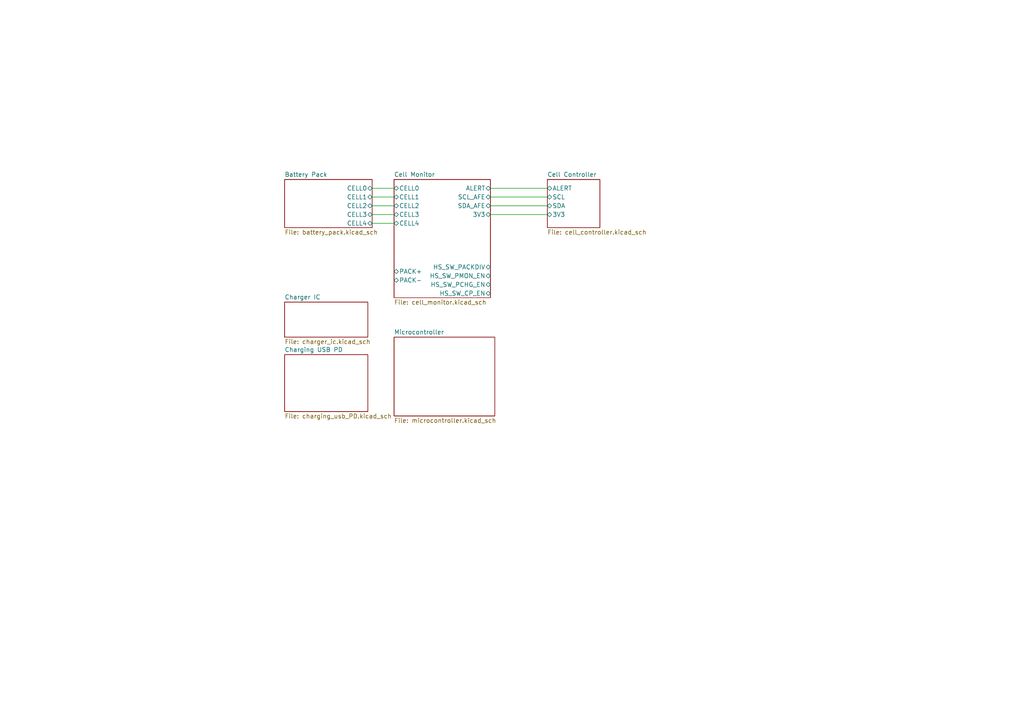
<source format=kicad_sch>
(kicad_sch
	(version 20250114)
	(generator "eeschema")
	(generator_version "9.0")
	(uuid "81e8a54f-a6a6-4f78-985c-1dc7d6751007")
	(paper "A4")
	(lib_symbols)
	(wire
		(pts
			(xy 107.95 54.61) (xy 114.3 54.61)
		)
		(stroke
			(width 0)
			(type default)
		)
		(uuid "37c53333-10a6-418c-8972-ee9a1f287a0f")
	)
	(wire
		(pts
			(xy 142.24 59.69) (xy 158.75 59.69)
		)
		(stroke
			(width 0)
			(type default)
		)
		(uuid "47e62c3f-f269-402a-8254-aa6c048be365")
	)
	(wire
		(pts
			(xy 142.24 62.23) (xy 158.75 62.23)
		)
		(stroke
			(width 0)
			(type default)
		)
		(uuid "509fe80c-b3fc-4c02-b061-8a0500915ecb")
	)
	(wire
		(pts
			(xy 142.24 57.15) (xy 158.75 57.15)
		)
		(stroke
			(width 0)
			(type default)
		)
		(uuid "5e749d9f-224a-4af5-afa7-cabc97a1f76a")
	)
	(wire
		(pts
			(xy 107.95 62.23) (xy 114.3 62.23)
		)
		(stroke
			(width 0)
			(type default)
		)
		(uuid "68763057-043f-4dfa-aa01-763af5165d23")
	)
	(wire
		(pts
			(xy 142.24 54.61) (xy 158.75 54.61)
		)
		(stroke
			(width 0)
			(type default)
		)
		(uuid "a59e9eef-be66-44e8-9df5-eb7f81e707d3")
	)
	(wire
		(pts
			(xy 107.95 64.77) (xy 114.3 64.77)
		)
		(stroke
			(width 0)
			(type default)
		)
		(uuid "a5bc7f7a-0d3b-4ae0-8ff6-bc40625ab51a")
	)
	(wire
		(pts
			(xy 107.95 59.69) (xy 114.3 59.69)
		)
		(stroke
			(width 0)
			(type default)
		)
		(uuid "af8a1450-c3f0-43c4-bae5-b6b011858509")
	)
	(wire
		(pts
			(xy 107.95 57.15) (xy 114.3 57.15)
		)
		(stroke
			(width 0)
			(type default)
		)
		(uuid "b4a7fdf2-ac62-413e-b6e5-968b3b5803ca")
	)
	(sheet
		(at 114.3 97.79)
		(size 29.21 22.86)
		(exclude_from_sim no)
		(in_bom yes)
		(on_board yes)
		(dnp no)
		(fields_autoplaced yes)
		(stroke
			(width 0.1524)
			(type solid)
		)
		(fill
			(color 0 0 0 0.0000)
		)
		(uuid "10745524-5ba8-4327-b65c-e16bb0a1c7f6")
		(property "Sheetname" "Microcontroller"
			(at 114.3 97.0784 0)
			(effects
				(font
					(size 1.27 1.27)
				)
				(justify left bottom)
			)
		)
		(property "Sheetfile" "microcontroller.kicad_sch"
			(at 114.3 121.2346 0)
			(effects
				(font
					(size 1.27 1.27)
				)
				(justify left top)
			)
		)
		(instances
			(project "Power_management"
				(path "/81e8a54f-a6a6-4f78-985c-1dc7d6751007"
					(page "7")
				)
			)
		)
	)
	(sheet
		(at 82.55 87.63)
		(size 24.13 10.16)
		(exclude_from_sim no)
		(in_bom yes)
		(on_board yes)
		(dnp no)
		(fields_autoplaced yes)
		(stroke
			(width 0.1524)
			(type solid)
		)
		(fill
			(color 0 0 0 0.0000)
		)
		(uuid "74145ec3-99f0-43b9-89a7-81e8f7fd18fe")
		(property "Sheetname" "Charger IC"
			(at 82.55 86.9184 0)
			(effects
				(font
					(size 1.27 1.27)
				)
				(justify left bottom)
			)
		)
		(property "Sheetfile" "charger_ic.kicad_sch"
			(at 82.55 98.3746 0)
			(effects
				(font
					(size 1.27 1.27)
				)
				(justify left top)
			)
		)
		(instances
			(project "Power_management"
				(path "/81e8a54f-a6a6-4f78-985c-1dc7d6751007"
					(page "6")
				)
			)
		)
	)
	(sheet
		(at 82.55 52.07)
		(size 25.4 13.97)
		(exclude_from_sim no)
		(in_bom yes)
		(on_board yes)
		(dnp no)
		(fields_autoplaced yes)
		(stroke
			(width 0.1524)
			(type solid)
		)
		(fill
			(color 0 0 0 0.0000)
		)
		(uuid "857049be-50e6-4ac5-ad00-0478baeab975")
		(property "Sheetname" "Battery Pack"
			(at 82.55 51.3584 0)
			(effects
				(font
					(size 1.27 1.27)
				)
				(justify left bottom)
			)
		)
		(property "Sheetfile" "battery_pack.kicad_sch"
			(at 82.55 66.6246 0)
			(effects
				(font
					(size 1.27 1.27)
				)
				(justify left top)
			)
		)
		(pin "CELL2" bidirectional
			(at 107.95 59.69 0)
			(uuid "eb6be550-27f2-424e-92ad-d0f4bf4d48a5")
			(effects
				(font
					(size 1.27 1.27)
				)
				(justify right)
			)
		)
		(pin "CELL0" bidirectional
			(at 107.95 54.61 0)
			(uuid "4aae48bc-0da1-4e15-a3af-d5aaf6f700ef")
			(effects
				(font
					(size 1.27 1.27)
				)
				(justify right)
			)
		)
		(pin "CELL3" bidirectional
			(at 107.95 62.23 0)
			(uuid "32fe542b-5363-48df-82e8-243dcf8383bd")
			(effects
				(font
					(size 1.27 1.27)
				)
				(justify right)
			)
		)
		(pin "CELL1" bidirectional
			(at 107.95 57.15 0)
			(uuid "bb0a0ca5-08c7-4318-ab74-8fc1bee4b1a5")
			(effects
				(font
					(size 1.27 1.27)
				)
				(justify right)
			)
		)
		(pin "CELL4" bidirectional
			(at 107.95 64.77 0)
			(uuid "2f659628-5890-4dc9-8789-10ed8eccd0b6")
			(effects
				(font
					(size 1.27 1.27)
				)
				(justify right)
			)
		)
		(instances
			(project "Power_management"
				(path "/81e8a54f-a6a6-4f78-985c-1dc7d6751007"
					(page "4")
				)
			)
		)
	)
	(sheet
		(at 82.55 102.87)
		(size 24.13 16.51)
		(exclude_from_sim no)
		(in_bom yes)
		(on_board yes)
		(dnp no)
		(fields_autoplaced yes)
		(stroke
			(width 0.1524)
			(type solid)
		)
		(fill
			(color 0 0 0 0.0000)
		)
		(uuid "9f42046e-8f3b-4ab0-827b-330c45082584")
		(property "Sheetname" "Charging USB PD"
			(at 82.55 102.1584 0)
			(effects
				(font
					(size 1.27 1.27)
				)
				(justify left bottom)
			)
		)
		(property "Sheetfile" "charging_usb_PD.kicad_sch"
			(at 82.55 119.9646 0)
			(effects
				(font
					(size 1.27 1.27)
				)
				(justify left top)
			)
		)
		(instances
			(project "Power_management"
				(path "/81e8a54f-a6a6-4f78-985c-1dc7d6751007"
					(page "5")
				)
			)
		)
	)
	(sheet
		(at 158.75 52.07)
		(size 15.24 13.97)
		(exclude_from_sim no)
		(in_bom yes)
		(on_board yes)
		(dnp no)
		(fields_autoplaced yes)
		(stroke
			(width 0.1524)
			(type solid)
		)
		(fill
			(color 0 0 0 0.0000)
		)
		(uuid "c2fdc24a-8419-4e57-879f-6dea2fe8f7e8")
		(property "Sheetname" "Cell Controller"
			(at 158.75 51.3584 0)
			(effects
				(font
					(size 1.27 1.27)
				)
				(justify left bottom)
			)
		)
		(property "Sheetfile" "cell_controller.kicad_sch"
			(at 158.75 66.6246 0)
			(effects
				(font
					(size 1.27 1.27)
				)
				(justify left top)
			)
		)
		(pin "SCL" bidirectional
			(at 158.75 57.15 180)
			(uuid "86ca68f2-d9b3-4227-922e-ca6f272f9345")
			(effects
				(font
					(size 1.27 1.27)
				)
				(justify left)
			)
		)
		(pin "3V3" bidirectional
			(at 158.75 62.23 180)
			(uuid "81eef0d3-159d-46bb-842d-4bac3439aef6")
			(effects
				(font
					(size 1.27 1.27)
				)
				(justify left)
			)
		)
		(pin "SDA" bidirectional
			(at 158.75 59.69 180)
			(uuid "40f3ce72-63d2-4d90-a85b-d54decc43494")
			(effects
				(font
					(size 1.27 1.27)
				)
				(justify left)
			)
		)
		(pin "ALERT" bidirectional
			(at 158.75 54.61 180)
			(uuid "48be9000-931e-41a7-8c3c-8d49118b3a82")
			(effects
				(font
					(size 1.27 1.27)
				)
				(justify left)
			)
		)
		(instances
			(project "Power_management"
				(path "/81e8a54f-a6a6-4f78-985c-1dc7d6751007"
					(page "3")
				)
			)
		)
	)
	(sheet
		(at 114.3 52.07)
		(size 27.94 34.29)
		(exclude_from_sim no)
		(in_bom yes)
		(on_board yes)
		(dnp no)
		(fields_autoplaced yes)
		(stroke
			(width 0.1524)
			(type solid)
		)
		(fill
			(color 0 0 0 0.0000)
		)
		(uuid "d9123505-2e91-49e0-b557-44bb908bb8a4")
		(property "Sheetname" "Cell Monitor"
			(at 114.3 51.3584 0)
			(effects
				(font
					(size 1.27 1.27)
				)
				(justify left bottom)
			)
		)
		(property "Sheetfile" "cell_monitor.kicad_sch"
			(at 114.3 86.9446 0)
			(effects
				(font
					(size 1.27 1.27)
				)
				(justify left top)
			)
		)
		(pin "HS_SW_CP_EN" bidirectional
			(at 142.24 85.09 0)
			(uuid "b4e919fc-36be-42d1-a511-223d3e24fa4f")
			(effects
				(font
					(size 1.27 1.27)
				)
				(justify right)
			)
		)
		(pin "PACK-" bidirectional
			(at 114.3 81.28 180)
			(uuid "e33338fa-7f8e-4f65-b3c9-f7d2b9bbbab9")
			(effects
				(font
					(size 1.27 1.27)
				)
				(justify left)
			)
		)
		(pin "HS_SW_PCHG_EN" bidirectional
			(at 142.24 82.55 0)
			(uuid "519c1639-7f1b-4c2d-a00b-f935e6bc8ad2")
			(effects
				(font
					(size 1.27 1.27)
				)
				(justify right)
			)
		)
		(pin "SCL_AFE" bidirectional
			(at 142.24 57.15 0)
			(uuid "6f397fb9-511e-4fc2-8096-7eba4a9f3832")
			(effects
				(font
					(size 1.27 1.27)
				)
				(justify right)
			)
		)
		(pin "CELL0" bidirectional
			(at 114.3 54.61 180)
			(uuid "4ca8e8cc-c086-4de6-8be9-e1b73b37cce3")
			(effects
				(font
					(size 1.27 1.27)
				)
				(justify left)
			)
		)
		(pin "CELL1" bidirectional
			(at 114.3 57.15 180)
			(uuid "44e02d12-c7ad-40da-b7d9-36cadf0131c4")
			(effects
				(font
					(size 1.27 1.27)
				)
				(justify left)
			)
		)
		(pin "SDA_AFE" bidirectional
			(at 142.24 59.69 0)
			(uuid "8a96013c-30a9-4b7d-b1bc-c146deab3fc7")
			(effects
				(font
					(size 1.27 1.27)
				)
				(justify right)
			)
		)
		(pin "PACK+" bidirectional
			(at 114.3 78.74 180)
			(uuid "31b976d7-45bc-4e10-aceb-c16b9a8b6208")
			(effects
				(font
					(size 1.27 1.27)
				)
				(justify left)
			)
		)
		(pin "ALERT" bidirectional
			(at 142.24 54.61 0)
			(uuid "b9eb49b1-a03b-45cc-941f-0e93302cb2bf")
			(effects
				(font
					(size 1.27 1.27)
				)
				(justify right)
			)
		)
		(pin "CELL2" bidirectional
			(at 114.3 59.69 180)
			(uuid "f1d1eb98-5ce9-4053-b035-5ec918a0e151")
			(effects
				(font
					(size 1.27 1.27)
				)
				(justify left)
			)
		)
		(pin "CELL4" bidirectional
			(at 114.3 64.77 180)
			(uuid "13a64fbd-ec62-4aac-a216-85202a3b9257")
			(effects
				(font
					(size 1.27 1.27)
				)
				(justify left)
			)
		)
		(pin "3V3" bidirectional
			(at 142.24 62.23 0)
			(uuid "a6616cff-b78d-4a97-b616-c77318f22709")
			(effects
				(font
					(size 1.27 1.27)
				)
				(justify right)
			)
		)
		(pin "CELL3" bidirectional
			(at 114.3 62.23 180)
			(uuid "1c988520-f981-429c-ba39-c087982ebc41")
			(effects
				(font
					(size 1.27 1.27)
				)
				(justify left)
			)
		)
		(pin "HS_SW_PMON_EN" bidirectional
			(at 142.24 80.01 0)
			(uuid "6b8283f9-1d5c-477d-acc5-a2f64a46baa7")
			(effects
				(font
					(size 1.27 1.27)
				)
				(justify right)
			)
		)
		(pin "HS_SW_PACKDIV" bidirectional
			(at 142.24 77.47 0)
			(uuid "19d1c13c-2052-4715-8972-bd8bc004f6d6")
			(effects
				(font
					(size 1.27 1.27)
				)
				(justify right)
			)
		)
		(instances
			(project "Power_management"
				(path "/81e8a54f-a6a6-4f78-985c-1dc7d6751007"
					(page "7")
				)
			)
		)
	)
	(sheet_instances
		(path "/"
			(page "1")
		)
	)
	(embedded_fonts no)
)

</source>
